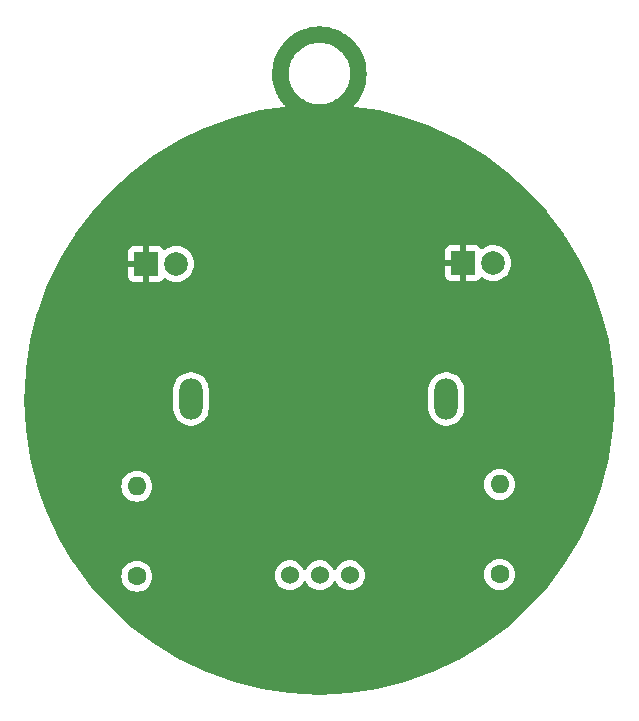
<source format=gbr>
%TF.GenerationSoftware,KiCad,Pcbnew,8.0.5*%
%TF.CreationDate,2025-02-18T12:58:11+00:00*%
%TF.ProjectId,practice-keyring,70726163-7469-4636-952d-6b657972696e,rev?*%
%TF.SameCoordinates,Original*%
%TF.FileFunction,Copper,L1,Top*%
%TF.FilePolarity,Positive*%
%FSLAX46Y46*%
G04 Gerber Fmt 4.6, Leading zero omitted, Abs format (unit mm)*
G04 Created by KiCad (PCBNEW 8.0.5) date 2025-02-18 12:58:11*
%MOMM*%
%LPD*%
G01*
G04 APERTURE LIST*
%TA.AperFunction,ComponentPad*%
%ADD10R,2.000000X2.000000*%
%TD*%
%TA.AperFunction,ComponentPad*%
%ADD11C,2.000000*%
%TD*%
%TA.AperFunction,ComponentPad*%
%ADD12C,1.600000*%
%TD*%
%TA.AperFunction,ComponentPad*%
%ADD13O,1.600000X1.600000*%
%TD*%
%TA.AperFunction,ComponentPad*%
%ADD14O,2.000000X3.500000*%
%TD*%
%TA.AperFunction,ComponentPad*%
%ADD15C,1.524000*%
%TD*%
G04 APERTURE END LIST*
D10*
%TO.P,D2,1*%
%TO.N,GND*%
X247142000Y-98145600D03*
D11*
%TO.P,D2,2*%
%TO.N,Net-(D1-Pad2)*%
X249682000Y-98145600D03*
%TD*%
D10*
%TO.P,D1,1*%
%TO.N,GND*%
X220294200Y-98221800D03*
D11*
%TO.P,D1,2*%
%TO.N,Net-(D2-Pad2)*%
X222834200Y-98221800D03*
%TD*%
D12*
%TO.P,R2,1*%
%TO.N,Net-(R1-Pad1)*%
X250215400Y-124510800D03*
D13*
%TO.P,R2,2*%
%TO.N,Net-(D1-Pad2)*%
X250215400Y-116890800D03*
%TD*%
D12*
%TO.P,R1,1*%
%TO.N,Net-(R1-Pad1)*%
X219506800Y-124663200D03*
D13*
%TO.P,R1,2*%
%TO.N,Net-(D2-Pad2)*%
X219506800Y-117043200D03*
%TD*%
D14*
%TO.P,CR2032,1*%
%TO.N,Net-(BAT1-Pad1)*%
X245699200Y-109651800D03*
%TO.P,CR2032,2*%
X224099200Y-109651800D03*
%TD*%
D15*
%TO.P,switch,1*%
%TO.N,Net-(BAT1-Pad1)*%
X232460800Y-124587000D03*
%TO.P,switch,2*%
%TO.N,Net-(R1-Pad1)*%
X235000800Y-124587000D03*
%TO.P,switch,3*%
%TO.N,N/C*%
X237540800Y-124587000D03*
%TD*%
%TA.AperFunction,Conductor*%
%TO.N,GND*%
G36*
X235374548Y-78133546D02*
G01*
X235386997Y-78134806D01*
X235759592Y-78191345D01*
X235771415Y-78193139D01*
X235784009Y-78195713D01*
X236155019Y-78291502D01*
X236166760Y-78295153D01*
X236297954Y-78343104D01*
X236522594Y-78425209D01*
X236534015Y-78430033D01*
X236872400Y-78593013D01*
X236883218Y-78598891D01*
X237085705Y-78722093D01*
X237202522Y-78793169D01*
X237212380Y-78799824D01*
X237510400Y-79022193D01*
X237519862Y-79029998D01*
X237794664Y-79280122D01*
X237803028Y-79288486D01*
X238053181Y-79563319D01*
X238060951Y-79572734D01*
X238283910Y-79871255D01*
X238290609Y-79881174D01*
X238484870Y-80200544D01*
X238490739Y-80211348D01*
X238653731Y-80549759D01*
X238658543Y-80561147D01*
X238788447Y-80916256D01*
X238792163Y-80928230D01*
X238887502Y-81299829D01*
X238890002Y-81312065D01*
X238948809Y-81695993D01*
X238950105Y-81708777D01*
X238969921Y-82105066D01*
X238969927Y-82117518D01*
X238951184Y-82500480D01*
X238949945Y-82512987D01*
X238893615Y-82889033D01*
X238891228Y-82900986D01*
X238799223Y-83268245D01*
X238795618Y-83280120D01*
X238668176Y-83635867D01*
X238663442Y-83647284D01*
X238501812Y-83988717D01*
X238496056Y-83999492D01*
X238301818Y-84324176D01*
X238294937Y-84334490D01*
X238068701Y-84639899D01*
X238060826Y-84649501D01*
X237919404Y-84805583D01*
X237900667Y-84822496D01*
X237899974Y-84823007D01*
X237898126Y-84824365D01*
X237895831Y-84828158D01*
X237895183Y-84829026D01*
X237894918Y-84830079D01*
X237893425Y-84834252D01*
X237893581Y-84837410D01*
X237892292Y-84862598D01*
X237891816Y-84865720D01*
X237891816Y-84865723D01*
X237892870Y-84870008D01*
X237893029Y-84871099D01*
X237893595Y-84872047D01*
X237895483Y-84876038D01*
X237897815Y-84878151D01*
X237914731Y-84896892D01*
X237916593Y-84899425D01*
X237916595Y-84899427D01*
X237916596Y-84899427D01*
X237920367Y-84901709D01*
X237921258Y-84902372D01*
X237922340Y-84902646D01*
X237926484Y-84904127D01*
X237926487Y-84904130D01*
X237929629Y-84903975D01*
X237954838Y-84905264D01*
X240003838Y-85218049D01*
X240016169Y-85220568D01*
X242399539Y-85833191D01*
X242411454Y-85836892D01*
X244370105Y-86553654D01*
X244696793Y-86673205D01*
X244708189Y-86678022D01*
X246882649Y-87725834D01*
X246893387Y-87731666D01*
X248811607Y-88897364D01*
X248944340Y-88978025D01*
X248954338Y-88984777D01*
X250868863Y-90415831D01*
X250868891Y-90415852D01*
X250878196Y-90423529D01*
X252644407Y-92028679D01*
X252652883Y-92037152D01*
X254219551Y-93759955D01*
X254259001Y-93803336D01*
X254266721Y-93812692D01*
X255672246Y-95694039D01*
X255697788Y-95728227D01*
X255704518Y-95738195D01*
X255926418Y-96103295D01*
X256950386Y-97788066D01*
X256956218Y-97798801D01*
X258004528Y-99973859D01*
X258009351Y-99985268D01*
X258843611Y-102265259D01*
X258845158Y-102269485D01*
X258848865Y-102281424D01*
X259457854Y-104651647D01*
X259461481Y-104665761D01*
X259464004Y-104678113D01*
X259840623Y-107146749D01*
X259841905Y-107159431D01*
X259969717Y-109703840D01*
X259969724Y-109716338D01*
X259849084Y-112174120D01*
X259847850Y-112186577D01*
X259486621Y-114602281D01*
X259484217Y-114614317D01*
X258892117Y-116973681D01*
X258888533Y-116985482D01*
X258070673Y-119269870D01*
X258065936Y-119281299D01*
X257027789Y-121474864D01*
X257022078Y-121485566D01*
X255775248Y-123573413D01*
X255768288Y-123583850D01*
X254313679Y-125545934D01*
X254305861Y-125555467D01*
X252653529Y-127380283D01*
X252644719Y-127389095D01*
X250819568Y-129042366D01*
X250809933Y-129050263D01*
X248845718Y-130503913D01*
X248835426Y-130510774D01*
X246748536Y-131758617D01*
X246737747Y-131764377D01*
X244545238Y-132801404D01*
X244533810Y-132806137D01*
X242247835Y-133624031D01*
X242236172Y-133627578D01*
X239877853Y-134221751D01*
X239865593Y-134224200D01*
X237448408Y-134583441D01*
X237436162Y-134584654D01*
X234977665Y-134707286D01*
X234965109Y-134707285D01*
X232507234Y-134584654D01*
X232494979Y-134583440D01*
X230079272Y-134224196D01*
X230067047Y-134221755D01*
X227706751Y-133627586D01*
X227695021Y-133624018D01*
X225411648Y-132806129D01*
X225400273Y-132801415D01*
X223207222Y-131764368D01*
X223196459Y-131758626D01*
X221261103Y-130602272D01*
X221107988Y-130510787D01*
X221097637Y-130503887D01*
X219134564Y-129050273D01*
X219124931Y-129042373D01*
X218587483Y-128555273D01*
X217300736Y-127389069D01*
X217291990Y-127380322D01*
X216020273Y-125976698D01*
X215638661Y-125555503D01*
X215630793Y-125545909D01*
X214976834Y-124663200D01*
X218193302Y-124663200D01*
X218213257Y-124891287D01*
X218272516Y-125112443D01*
X218369277Y-125319949D01*
X218500602Y-125507500D01*
X218662500Y-125669398D01*
X218850051Y-125800723D01*
X219057557Y-125897484D01*
X219278713Y-125956743D01*
X219506800Y-125976698D01*
X219734887Y-125956743D01*
X219956043Y-125897484D01*
X220163549Y-125800723D01*
X220351100Y-125669398D01*
X220512998Y-125507500D01*
X220644323Y-125319949D01*
X220741084Y-125112443D01*
X220800343Y-124891287D01*
X220820298Y-124663200D01*
X220813631Y-124587000D01*
X231185447Y-124587000D01*
X231204822Y-124808463D01*
X231227015Y-124891286D01*
X231262359Y-125023193D01*
X231262361Y-125023199D01*
X231356311Y-125224675D01*
X231356312Y-125224677D01*
X231483816Y-125406772D01*
X231483820Y-125406777D01*
X231483823Y-125406781D01*
X231641019Y-125563977D01*
X231641023Y-125563980D01*
X231641027Y-125563983D01*
X231690340Y-125598512D01*
X231823123Y-125691488D01*
X232024604Y-125785440D01*
X232239337Y-125842978D01*
X232460800Y-125862353D01*
X232682263Y-125842978D01*
X232896996Y-125785440D01*
X233098477Y-125691488D01*
X233280581Y-125563977D01*
X233437777Y-125406781D01*
X233565288Y-125224677D01*
X233616605Y-125114626D01*
X233663522Y-125061342D01*
X233731799Y-125041881D01*
X233799759Y-125062423D01*
X233844995Y-125114627D01*
X233896311Y-125224675D01*
X233896312Y-125224677D01*
X234023816Y-125406772D01*
X234023820Y-125406777D01*
X234023823Y-125406781D01*
X234181019Y-125563977D01*
X234181023Y-125563980D01*
X234181027Y-125563983D01*
X234230340Y-125598512D01*
X234363123Y-125691488D01*
X234564604Y-125785440D01*
X234779337Y-125842978D01*
X235000800Y-125862353D01*
X235222263Y-125842978D01*
X235436996Y-125785440D01*
X235638477Y-125691488D01*
X235820581Y-125563977D01*
X235977777Y-125406781D01*
X236105288Y-125224677D01*
X236156605Y-125114626D01*
X236203522Y-125061342D01*
X236271799Y-125041881D01*
X236339759Y-125062423D01*
X236384995Y-125114627D01*
X236436311Y-125224675D01*
X236436312Y-125224677D01*
X236563816Y-125406772D01*
X236563820Y-125406777D01*
X236563823Y-125406781D01*
X236721019Y-125563977D01*
X236721023Y-125563980D01*
X236721027Y-125563983D01*
X236770340Y-125598512D01*
X236903123Y-125691488D01*
X237104604Y-125785440D01*
X237319337Y-125842978D01*
X237540800Y-125862353D01*
X237762263Y-125842978D01*
X237976996Y-125785440D01*
X238178477Y-125691488D01*
X238360581Y-125563977D01*
X238517777Y-125406781D01*
X238645288Y-125224677D01*
X238739240Y-125023196D01*
X238796778Y-124808463D01*
X238816153Y-124587000D01*
X238809487Y-124510800D01*
X248901902Y-124510800D01*
X248921857Y-124738886D01*
X248981115Y-124960040D01*
X248981117Y-124960046D01*
X249010566Y-125023199D01*
X249077877Y-125167549D01*
X249209202Y-125355100D01*
X249371100Y-125516998D01*
X249558651Y-125648323D01*
X249766157Y-125745084D01*
X249987313Y-125804343D01*
X250215400Y-125824298D01*
X250443487Y-125804343D01*
X250664643Y-125745084D01*
X250872149Y-125648323D01*
X251059700Y-125516998D01*
X251221598Y-125355100D01*
X251352923Y-125167549D01*
X251449684Y-124960043D01*
X251508943Y-124738887D01*
X251528898Y-124510800D01*
X251508943Y-124282713D01*
X251449684Y-124061557D01*
X251352923Y-123854051D01*
X251221598Y-123666500D01*
X251059700Y-123504602D01*
X251028152Y-123482512D01*
X250872149Y-123373277D01*
X250664646Y-123276517D01*
X250664640Y-123276515D01*
X250571171Y-123251470D01*
X250443487Y-123217257D01*
X250215400Y-123197302D01*
X249987313Y-123217257D01*
X249766159Y-123276515D01*
X249766153Y-123276517D01*
X249558650Y-123373277D01*
X249371103Y-123504599D01*
X249371097Y-123504604D01*
X249209204Y-123666497D01*
X249209199Y-123666503D01*
X249077877Y-123854050D01*
X248981117Y-124061553D01*
X248981115Y-124061559D01*
X248921857Y-124282713D01*
X248901902Y-124510800D01*
X238809487Y-124510800D01*
X238796778Y-124365537D01*
X238739240Y-124150804D01*
X238645288Y-123949324D01*
X238517777Y-123767219D01*
X238360581Y-123610023D01*
X238360577Y-123610020D01*
X238360572Y-123610016D01*
X238178477Y-123482512D01*
X238178475Y-123482511D01*
X237976999Y-123388561D01*
X237976993Y-123388559D01*
X237934874Y-123377273D01*
X237762263Y-123331022D01*
X237540800Y-123311647D01*
X237319337Y-123331022D01*
X237204263Y-123361856D01*
X237104606Y-123388559D01*
X237104601Y-123388561D01*
X236903123Y-123482512D01*
X236721022Y-123610020D01*
X236721016Y-123610025D01*
X236563825Y-123767216D01*
X236563820Y-123767222D01*
X236436312Y-123949323D01*
X236384995Y-124059373D01*
X236338077Y-124112658D01*
X236269800Y-124132119D01*
X236201840Y-124111577D01*
X236156605Y-124059373D01*
X236131926Y-124006450D01*
X236105288Y-123949324D01*
X235977777Y-123767219D01*
X235820581Y-123610023D01*
X235820577Y-123610020D01*
X235820572Y-123610016D01*
X235638477Y-123482512D01*
X235638475Y-123482511D01*
X235436999Y-123388561D01*
X235436993Y-123388559D01*
X235394874Y-123377273D01*
X235222263Y-123331022D01*
X235000800Y-123311647D01*
X234779337Y-123331022D01*
X234664263Y-123361856D01*
X234564606Y-123388559D01*
X234564601Y-123388561D01*
X234363123Y-123482512D01*
X234181022Y-123610020D01*
X234181016Y-123610025D01*
X234023825Y-123767216D01*
X234023820Y-123767222D01*
X233896312Y-123949323D01*
X233844995Y-124059373D01*
X233798077Y-124112658D01*
X233729800Y-124132119D01*
X233661840Y-124111577D01*
X233616605Y-124059373D01*
X233591926Y-124006450D01*
X233565288Y-123949324D01*
X233437777Y-123767219D01*
X233280581Y-123610023D01*
X233280577Y-123610020D01*
X233280572Y-123610016D01*
X233098477Y-123482512D01*
X233098475Y-123482511D01*
X232896999Y-123388561D01*
X232896993Y-123388559D01*
X232854874Y-123377273D01*
X232682263Y-123331022D01*
X232460800Y-123311647D01*
X232239337Y-123331022D01*
X232124263Y-123361856D01*
X232024606Y-123388559D01*
X232024601Y-123388561D01*
X231823123Y-123482512D01*
X231641022Y-123610020D01*
X231641016Y-123610025D01*
X231483825Y-123767216D01*
X231483820Y-123767222D01*
X231356312Y-123949323D01*
X231262361Y-124150801D01*
X231262359Y-124150806D01*
X231235656Y-124250463D01*
X231204822Y-124365537D01*
X231185447Y-124587000D01*
X220813631Y-124587000D01*
X220800343Y-124435113D01*
X220741084Y-124213957D01*
X220644323Y-124006451D01*
X220512998Y-123818900D01*
X220351100Y-123657002D01*
X220319549Y-123634910D01*
X220163549Y-123525677D01*
X219956046Y-123428917D01*
X219956040Y-123428915D01*
X219805433Y-123388560D01*
X219734887Y-123369657D01*
X219506800Y-123349702D01*
X219278713Y-123369657D01*
X219057559Y-123428915D01*
X219057553Y-123428917D01*
X218850050Y-123525677D01*
X218662503Y-123656999D01*
X218662497Y-123657004D01*
X218500604Y-123818897D01*
X218500599Y-123818903D01*
X218369277Y-124006450D01*
X218272517Y-124213953D01*
X218272515Y-124213959D01*
X218231900Y-124365537D01*
X218213257Y-124435113D01*
X218193302Y-124663200D01*
X214976834Y-124663200D01*
X214177167Y-123583814D01*
X214170257Y-123573452D01*
X214129103Y-123504599D01*
X212922340Y-121485614D01*
X212916584Y-121474827D01*
X211903987Y-119332996D01*
X211879541Y-119281289D01*
X211874828Y-119269910D01*
X211486171Y-118184342D01*
X211077618Y-117043200D01*
X218193302Y-117043200D01*
X218213257Y-117271287D01*
X218272516Y-117492443D01*
X218369277Y-117699949D01*
X218500602Y-117887500D01*
X218662500Y-118049398D01*
X218850051Y-118180723D01*
X219057557Y-118277484D01*
X219278713Y-118336743D01*
X219506800Y-118356698D01*
X219734887Y-118336743D01*
X219956043Y-118277484D01*
X220163549Y-118180723D01*
X220351100Y-118049398D01*
X220512998Y-117887500D01*
X220644323Y-117699949D01*
X220741084Y-117492443D01*
X220800343Y-117271287D01*
X220820298Y-117043200D01*
X220806965Y-116890800D01*
X248901902Y-116890800D01*
X248921857Y-117118887D01*
X248981116Y-117340043D01*
X249077877Y-117547549D01*
X249209202Y-117735100D01*
X249371100Y-117896998D01*
X249558651Y-118028323D01*
X249766157Y-118125084D01*
X249987313Y-118184343D01*
X250215400Y-118204298D01*
X250443487Y-118184343D01*
X250664643Y-118125084D01*
X250872149Y-118028323D01*
X251059700Y-117896998D01*
X251221598Y-117735100D01*
X251352923Y-117547549D01*
X251449684Y-117340043D01*
X251508943Y-117118887D01*
X251528898Y-116890800D01*
X251508943Y-116662713D01*
X251449684Y-116441557D01*
X251352923Y-116234051D01*
X251221598Y-116046500D01*
X251059700Y-115884602D01*
X250951609Y-115808916D01*
X250872149Y-115753277D01*
X250664646Y-115656517D01*
X250664640Y-115656515D01*
X250571171Y-115631470D01*
X250443487Y-115597257D01*
X250215400Y-115577302D01*
X249987313Y-115597257D01*
X249766159Y-115656515D01*
X249766153Y-115656517D01*
X249558650Y-115753277D01*
X249371103Y-115884599D01*
X249371097Y-115884604D01*
X249209204Y-116046497D01*
X249209199Y-116046503D01*
X249077877Y-116234050D01*
X248981117Y-116441553D01*
X248981116Y-116441557D01*
X248921857Y-116662713D01*
X248901902Y-116890800D01*
X220806965Y-116890800D01*
X220800343Y-116815113D01*
X220741084Y-116593957D01*
X220644323Y-116386451D01*
X220512998Y-116198900D01*
X220351100Y-116037002D01*
X220163549Y-115905677D01*
X220118347Y-115884599D01*
X219956046Y-115808917D01*
X219956040Y-115808915D01*
X219862571Y-115783870D01*
X219734887Y-115749657D01*
X219506800Y-115729702D01*
X219278713Y-115749657D01*
X219057559Y-115808915D01*
X219057553Y-115808917D01*
X218850050Y-115905677D01*
X218662503Y-116036999D01*
X218662497Y-116037004D01*
X218500604Y-116198897D01*
X218500599Y-116198903D01*
X218369277Y-116386450D01*
X218272517Y-116593953D01*
X218272515Y-116593959D01*
X218213257Y-116815113D01*
X218193302Y-117043200D01*
X211077618Y-117043200D01*
X211056940Y-116985443D01*
X211053369Y-116973695D01*
X211053365Y-116973681D01*
X210460181Y-114614353D01*
X210457761Y-114602240D01*
X210097024Y-112186504D01*
X210095800Y-112174176D01*
X209973670Y-109716381D01*
X209973675Y-109703785D01*
X210020320Y-108783078D01*
X222590700Y-108783078D01*
X222590700Y-110520522D01*
X222627844Y-110755041D01*
X222627845Y-110755046D01*
X222701216Y-110980858D01*
X222701218Y-110980863D01*
X222809015Y-111192427D01*
X222948580Y-111384522D01*
X222948582Y-111384524D01*
X222948584Y-111384527D01*
X223116472Y-111552415D01*
X223116475Y-111552417D01*
X223116478Y-111552420D01*
X223308573Y-111691985D01*
X223520137Y-111799782D01*
X223745959Y-111873156D01*
X223980478Y-111910300D01*
X223980481Y-111910300D01*
X224217919Y-111910300D01*
X224217922Y-111910300D01*
X224452441Y-111873156D01*
X224678263Y-111799782D01*
X224889827Y-111691985D01*
X225081922Y-111552420D01*
X225249820Y-111384522D01*
X225389385Y-111192427D01*
X225497182Y-110980863D01*
X225570556Y-110755041D01*
X225607700Y-110520522D01*
X225607700Y-108783078D01*
X244190700Y-108783078D01*
X244190700Y-110520522D01*
X244227844Y-110755041D01*
X244227845Y-110755046D01*
X244301216Y-110980858D01*
X244301218Y-110980863D01*
X244409015Y-111192427D01*
X244548580Y-111384522D01*
X244548582Y-111384524D01*
X244548584Y-111384527D01*
X244716472Y-111552415D01*
X244716475Y-111552417D01*
X244716478Y-111552420D01*
X244908573Y-111691985D01*
X245120137Y-111799782D01*
X245345959Y-111873156D01*
X245580478Y-111910300D01*
X245580481Y-111910300D01*
X245817919Y-111910300D01*
X245817922Y-111910300D01*
X246052441Y-111873156D01*
X246278263Y-111799782D01*
X246489827Y-111691985D01*
X246681922Y-111552420D01*
X246849820Y-111384522D01*
X246989385Y-111192427D01*
X247097182Y-110980863D01*
X247170556Y-110755041D01*
X247207700Y-110520522D01*
X247207700Y-108783078D01*
X247170556Y-108548559D01*
X247097182Y-108322737D01*
X246989385Y-108111173D01*
X246849820Y-107919078D01*
X246849817Y-107919075D01*
X246849815Y-107919072D01*
X246681927Y-107751184D01*
X246681924Y-107751182D01*
X246681922Y-107751180D01*
X246489827Y-107611615D01*
X246278263Y-107503818D01*
X246278260Y-107503817D01*
X246278258Y-107503816D01*
X246052446Y-107430445D01*
X246052442Y-107430444D01*
X246052441Y-107430444D01*
X245817922Y-107393300D01*
X245580478Y-107393300D01*
X245345959Y-107430444D01*
X245345953Y-107430445D01*
X245120141Y-107503816D01*
X245120135Y-107503819D01*
X244908569Y-107611617D01*
X244716475Y-107751182D01*
X244716472Y-107751184D01*
X244548584Y-107919072D01*
X244548582Y-107919075D01*
X244409017Y-108111169D01*
X244301219Y-108322735D01*
X244301216Y-108322741D01*
X244227845Y-108548553D01*
X244227844Y-108548558D01*
X244227844Y-108548559D01*
X244190700Y-108783078D01*
X225607700Y-108783078D01*
X225570556Y-108548559D01*
X225497182Y-108322737D01*
X225389385Y-108111173D01*
X225249820Y-107919078D01*
X225249817Y-107919075D01*
X225249815Y-107919072D01*
X225081927Y-107751184D01*
X225081924Y-107751182D01*
X225081922Y-107751180D01*
X224889827Y-107611615D01*
X224678263Y-107503818D01*
X224678260Y-107503817D01*
X224678258Y-107503816D01*
X224452446Y-107430445D01*
X224452442Y-107430444D01*
X224452441Y-107430444D01*
X224217922Y-107393300D01*
X223980478Y-107393300D01*
X223745959Y-107430444D01*
X223745953Y-107430445D01*
X223520141Y-107503816D01*
X223520135Y-107503819D01*
X223308569Y-107611617D01*
X223116475Y-107751182D01*
X223116472Y-107751184D01*
X222948584Y-107919072D01*
X222948582Y-107919075D01*
X222809017Y-108111169D01*
X222701219Y-108322735D01*
X222701216Y-108322741D01*
X222627845Y-108548553D01*
X222627844Y-108548558D01*
X222627844Y-108548559D01*
X222590700Y-108783078D01*
X210020320Y-108783078D01*
X210102579Y-107159393D01*
X210103856Y-107146790D01*
X210480486Y-104678092D01*
X210483000Y-104665783D01*
X211095622Y-102281427D01*
X211099336Y-102269472D01*
X211935646Y-99985231D01*
X211940431Y-99973910D01*
X212988175Y-97798790D01*
X212994000Y-97788064D01*
X213367701Y-97173202D01*
X218786200Y-97173202D01*
X218786200Y-97967800D01*
X219863497Y-97967800D01*
X219828275Y-98028807D01*
X219794200Y-98155974D01*
X219794200Y-98287626D01*
X219828275Y-98414793D01*
X219863497Y-98475800D01*
X218786200Y-98475800D01*
X218786200Y-99270397D01*
X218792705Y-99330893D01*
X218843755Y-99467764D01*
X218843755Y-99467765D01*
X218931295Y-99584704D01*
X219048234Y-99672244D01*
X219185106Y-99723294D01*
X219245602Y-99729799D01*
X219245615Y-99729800D01*
X220040200Y-99729800D01*
X220040200Y-98652502D01*
X220101207Y-98687725D01*
X220228374Y-98721800D01*
X220360026Y-98721800D01*
X220487193Y-98687725D01*
X220548200Y-98652502D01*
X220548200Y-99729800D01*
X221342785Y-99729800D01*
X221342797Y-99729799D01*
X221403293Y-99723294D01*
X221540164Y-99672244D01*
X221540165Y-99672244D01*
X221657104Y-99584704D01*
X221750047Y-99460548D01*
X221752337Y-99462262D01*
X221792184Y-99422386D01*
X221861552Y-99407270D01*
X221928081Y-99432056D01*
X221934429Y-99437132D01*
X221944784Y-99445976D01*
X222147237Y-99570040D01*
X222366606Y-99660905D01*
X222597489Y-99716335D01*
X222834200Y-99734965D01*
X223070911Y-99716335D01*
X223301794Y-99660905D01*
X223521163Y-99570040D01*
X223723616Y-99445976D01*
X223904169Y-99291769D01*
X224058376Y-99111216D01*
X224182440Y-98908763D01*
X224273305Y-98689394D01*
X224328735Y-98458511D01*
X224347365Y-98221800D01*
X224328735Y-97985089D01*
X224273305Y-97754206D01*
X224182440Y-97534837D01*
X224058376Y-97332384D01*
X224058373Y-97332380D01*
X223904169Y-97151830D01*
X223839974Y-97097002D01*
X245634000Y-97097002D01*
X245634000Y-97891600D01*
X246711297Y-97891600D01*
X246676075Y-97952607D01*
X246642000Y-98079774D01*
X246642000Y-98211426D01*
X246676075Y-98338593D01*
X246711297Y-98399600D01*
X245634000Y-98399600D01*
X245634000Y-99194197D01*
X245640505Y-99254693D01*
X245691555Y-99391564D01*
X245691555Y-99391565D01*
X245779095Y-99508504D01*
X245896034Y-99596044D01*
X246032906Y-99647094D01*
X246093402Y-99653599D01*
X246093415Y-99653600D01*
X246888000Y-99653600D01*
X246888000Y-98576302D01*
X246949007Y-98611525D01*
X247076174Y-98645600D01*
X247207826Y-98645600D01*
X247334993Y-98611525D01*
X247396000Y-98576302D01*
X247396000Y-99653600D01*
X248190585Y-99653600D01*
X248190597Y-99653599D01*
X248251093Y-99647094D01*
X248387964Y-99596044D01*
X248387965Y-99596044D01*
X248504904Y-99508504D01*
X248597847Y-99384348D01*
X248600137Y-99386062D01*
X248639984Y-99346186D01*
X248709352Y-99331070D01*
X248775881Y-99355856D01*
X248782229Y-99360932D01*
X248792584Y-99369776D01*
X248995037Y-99493840D01*
X249214406Y-99584705D01*
X249445289Y-99640135D01*
X249682000Y-99658765D01*
X249918711Y-99640135D01*
X250149594Y-99584705D01*
X250368963Y-99493840D01*
X250571416Y-99369776D01*
X250751969Y-99215569D01*
X250906176Y-99035016D01*
X251030240Y-98832563D01*
X251121105Y-98613194D01*
X251176535Y-98382311D01*
X251195165Y-98145600D01*
X251176535Y-97908889D01*
X251121105Y-97678006D01*
X251030240Y-97458637D01*
X250906176Y-97256184D01*
X250835303Y-97173202D01*
X250751969Y-97075630D01*
X250571419Y-96921426D01*
X250571417Y-96921425D01*
X250571416Y-96921424D01*
X250368963Y-96797360D01*
X250333559Y-96782695D01*
X250149592Y-96706494D01*
X249991651Y-96668576D01*
X249918711Y-96651065D01*
X249682000Y-96632435D01*
X249445289Y-96651065D01*
X249214407Y-96706494D01*
X248995038Y-96797359D01*
X248792582Y-96921425D01*
X248782235Y-96930262D01*
X248717443Y-96959290D01*
X248647244Y-96948681D01*
X248598829Y-96906116D01*
X248597847Y-96906852D01*
X248594345Y-96902174D01*
X248593924Y-96901804D01*
X248593395Y-96900905D01*
X248504904Y-96782695D01*
X248387965Y-96695155D01*
X248251093Y-96644105D01*
X248190597Y-96637600D01*
X247396000Y-96637600D01*
X247396000Y-97714897D01*
X247334993Y-97679675D01*
X247207826Y-97645600D01*
X247076174Y-97645600D01*
X246949007Y-97679675D01*
X246888000Y-97714897D01*
X246888000Y-96637600D01*
X246093402Y-96637600D01*
X246032906Y-96644105D01*
X245896035Y-96695155D01*
X245896034Y-96695155D01*
X245779095Y-96782695D01*
X245691555Y-96899634D01*
X245691555Y-96899635D01*
X245640505Y-97036506D01*
X245634000Y-97097002D01*
X223839974Y-97097002D01*
X223723619Y-96997626D01*
X223723617Y-96997625D01*
X223723616Y-96997624D01*
X223521163Y-96873560D01*
X223485759Y-96858895D01*
X223301792Y-96782694D01*
X223143851Y-96744776D01*
X223070911Y-96727265D01*
X222834200Y-96708635D01*
X222597489Y-96727265D01*
X222366607Y-96782694D01*
X222147238Y-96873559D01*
X221944782Y-96997625D01*
X221934435Y-97006462D01*
X221869643Y-97035490D01*
X221799444Y-97024881D01*
X221751029Y-96982316D01*
X221750047Y-96983052D01*
X221746545Y-96978374D01*
X221746124Y-96978004D01*
X221745595Y-96977105D01*
X221657104Y-96858895D01*
X221540165Y-96771355D01*
X221403293Y-96720305D01*
X221342797Y-96713800D01*
X220548200Y-96713800D01*
X220548200Y-97791097D01*
X220487193Y-97755875D01*
X220360026Y-97721800D01*
X220228374Y-97721800D01*
X220101207Y-97755875D01*
X220040200Y-97791097D01*
X220040200Y-96713800D01*
X219245602Y-96713800D01*
X219185106Y-96720305D01*
X219048235Y-96771355D01*
X219048234Y-96771355D01*
X218931295Y-96858895D01*
X218843755Y-96975834D01*
X218843755Y-96975835D01*
X218792705Y-97112706D01*
X218786200Y-97173202D01*
X213367701Y-97173202D01*
X214239867Y-95738198D01*
X214246590Y-95728242D01*
X215678273Y-93812678D01*
X215685956Y-93803367D01*
X217292128Y-92037124D01*
X217300551Y-92028702D01*
X219066321Y-90423502D01*
X219075604Y-90415844D01*
X220990059Y-88984769D01*
X221000030Y-88978034D01*
X223051009Y-87731659D01*
X223061727Y-87725838D01*
X225235814Y-86678015D01*
X225247195Y-86673203D01*
X227531929Y-85836895D01*
X227543846Y-85833192D01*
X229927689Y-85220574D01*
X229940051Y-85218051D01*
X231989546Y-84905760D01*
X232014742Y-84904477D01*
X232017892Y-84904633D01*
X232017894Y-84904630D01*
X232022002Y-84903163D01*
X232023119Y-84902880D01*
X232024034Y-84902200D01*
X232027777Y-84899935D01*
X232027781Y-84899935D01*
X232029647Y-84897398D01*
X232046570Y-84878656D01*
X232048900Y-84876547D01*
X232048900Y-84876541D01*
X232050772Y-84872589D01*
X232051357Y-84871609D01*
X232051522Y-84870483D01*
X232052568Y-84866235D01*
X232052569Y-84866234D01*
X232052092Y-84863108D01*
X232050809Y-84837911D01*
X232050965Y-84834763D01*
X232050963Y-84834761D01*
X232049485Y-84830624D01*
X232049210Y-84829536D01*
X232048541Y-84828637D01*
X232046267Y-84824877D01*
X232046267Y-84824876D01*
X232043719Y-84823002D01*
X232025000Y-84806097D01*
X232024534Y-84805583D01*
X231997677Y-84775932D01*
X231883142Y-84649484D01*
X231875296Y-84639917D01*
X231699081Y-84402135D01*
X231648951Y-84334490D01*
X231642057Y-84324158D01*
X231636855Y-84315463D01*
X231483744Y-84059523D01*
X231447831Y-83999491D01*
X231442075Y-83988717D01*
X231326779Y-83745163D01*
X231280439Y-83647274D01*
X231275708Y-83635862D01*
X231148269Y-83280120D01*
X231144670Y-83268262D01*
X231052747Y-82900952D01*
X231050377Y-82889071D01*
X230994020Y-82512854D01*
X230992793Y-82500557D01*
X230974460Y-82137072D01*
X232370833Y-82137072D01*
X232374258Y-82154340D01*
X232382749Y-82325429D01*
X232381056Y-82342773D01*
X232383959Y-82362200D01*
X232385188Y-82374575D01*
X232386162Y-82394205D01*
X232391232Y-82410870D01*
X232416259Y-82578352D01*
X232416277Y-82595669D01*
X232421107Y-82614879D01*
X232423526Y-82626977D01*
X232426455Y-82646578D01*
X232433099Y-82662574D01*
X232474132Y-82825759D01*
X232475832Y-82842920D01*
X232482550Y-82861686D01*
X232486117Y-82873421D01*
X232490980Y-82892762D01*
X232499114Y-82907958D01*
X232555593Y-83065736D01*
X232558971Y-83082712D01*
X232567440Y-83100624D01*
X232572155Y-83112007D01*
X232578843Y-83130688D01*
X232588464Y-83145085D01*
X232660101Y-83296581D01*
X232665079Y-83313028D01*
X232675350Y-83330215D01*
X232681097Y-83340984D01*
X232689665Y-83359102D01*
X232700558Y-83372392D01*
X232786881Y-83516827D01*
X232793547Y-83532956D01*
X232805210Y-83548697D01*
X232812130Y-83559072D01*
X232822188Y-83575902D01*
X232834519Y-83588254D01*
X232935309Y-83724287D01*
X232943493Y-83739610D01*
X232956732Y-83754224D01*
X232964591Y-83763808D01*
X232976335Y-83779659D01*
X232989764Y-83790688D01*
X233104770Y-83917644D01*
X233104785Y-83917660D01*
X233114461Y-83932139D01*
X233129029Y-83945336D01*
X233137809Y-83954115D01*
X233146011Y-83963169D01*
X233151025Y-83968703D01*
X233165499Y-83978374D01*
X233188812Y-83999492D01*
X233292477Y-84093400D01*
X233303524Y-84106847D01*
X233309529Y-84111294D01*
X233309530Y-84111296D01*
X233319344Y-84118564D01*
X233328935Y-84126427D01*
X233337993Y-84134632D01*
X233337993Y-84134631D01*
X233343540Y-84139656D01*
X233358889Y-84147849D01*
X233495000Y-84248647D01*
X233507331Y-84260953D01*
X233513730Y-84264777D01*
X233513731Y-84264779D01*
X233524212Y-84271042D01*
X233534539Y-84277928D01*
X233544350Y-84285194D01*
X233544350Y-84285193D01*
X233550351Y-84289638D01*
X233566447Y-84296285D01*
X233710868Y-84382599D01*
X233724162Y-84393494D01*
X233731095Y-84396772D01*
X233731096Y-84396773D01*
X233740964Y-84401439D01*
X233742260Y-84402052D01*
X233753037Y-84407803D01*
X233763642Y-84414141D01*
X233770236Y-84418082D01*
X233786681Y-84423057D01*
X233786690Y-84423061D01*
X233938172Y-84494692D01*
X233952559Y-84504305D01*
X233971238Y-84510994D01*
X233982628Y-84515713D01*
X234000568Y-84524197D01*
X234017526Y-84527570D01*
X234175196Y-84584035D01*
X234190375Y-84592162D01*
X234197779Y-84594026D01*
X234197780Y-84594027D01*
X234209752Y-84597041D01*
X234221442Y-84600597D01*
X234233061Y-84604758D01*
X234233062Y-84604757D01*
X234240262Y-84607336D01*
X234257398Y-84609035D01*
X234380062Y-84639917D01*
X234420712Y-84650151D01*
X234436844Y-84656847D01*
X234444178Y-84657936D01*
X234444179Y-84657938D01*
X234456231Y-84659728D01*
X234468429Y-84662164D01*
X234480250Y-84665141D01*
X234480251Y-84665140D01*
X234487451Y-84666953D01*
X234504913Y-84666963D01*
X234672373Y-84691853D01*
X234688890Y-84696874D01*
X234696478Y-84697253D01*
X234696479Y-84697254D01*
X234708771Y-84697868D01*
X234720973Y-84699077D01*
X234733161Y-84700889D01*
X234733162Y-84700888D01*
X234740687Y-84702007D01*
X234757867Y-84700324D01*
X234928879Y-84708877D01*
X234946119Y-84712308D01*
X234953422Y-84711942D01*
X234953424Y-84711944D01*
X234965519Y-84711339D01*
X234978072Y-84711339D01*
X234990163Y-84711944D01*
X234990164Y-84711942D01*
X234997469Y-84712308D01*
X235014706Y-84708879D01*
X235185825Y-84700323D01*
X235203006Y-84702005D01*
X235210523Y-84700887D01*
X235210524Y-84700888D01*
X235222702Y-84699078D01*
X235234915Y-84697868D01*
X235247208Y-84697254D01*
X235247208Y-84697253D01*
X235254815Y-84696873D01*
X235271322Y-84691854D01*
X235438896Y-84666958D01*
X235456391Y-84666944D01*
X235463547Y-84665140D01*
X235463549Y-84665142D01*
X235475332Y-84662172D01*
X235487575Y-84659726D01*
X235499606Y-84657940D01*
X235499606Y-84657939D01*
X235506912Y-84656854D01*
X235523076Y-84650142D01*
X235686183Y-84609045D01*
X235703243Y-84607353D01*
X235710503Y-84604756D01*
X235710505Y-84604757D01*
X235722175Y-84600582D01*
X235733791Y-84597050D01*
X235745816Y-84594021D01*
X235745816Y-84594019D01*
X235753306Y-84592133D01*
X235768412Y-84584045D01*
X235926360Y-84527553D01*
X235943398Y-84524165D01*
X235950179Y-84520956D01*
X235950181Y-84520957D01*
X235961243Y-84515722D01*
X235972679Y-84510986D01*
X235984197Y-84506868D01*
X235984197Y-84506867D01*
X235991257Y-84504343D01*
X236005703Y-84494691D01*
X236157114Y-84423061D01*
X236173569Y-84418078D01*
X236180155Y-84414139D01*
X236180157Y-84414140D01*
X236190766Y-84407795D01*
X236201522Y-84402052D01*
X236212699Y-84396766D01*
X236212699Y-84396764D01*
X236219637Y-84393483D01*
X236232929Y-84382584D01*
X236377251Y-84296288D01*
X236393286Y-84289666D01*
X236399323Y-84285196D01*
X236399325Y-84285197D01*
X236409160Y-84277916D01*
X236419450Y-84271056D01*
X236429964Y-84264770D01*
X236429964Y-84264768D01*
X236436409Y-84260915D01*
X236448696Y-84248652D01*
X236584890Y-84147842D01*
X236600243Y-84139651D01*
X236605780Y-84134636D01*
X236605782Y-84134637D01*
X236614836Y-84126438D01*
X236624429Y-84118576D01*
X236634252Y-84111307D01*
X236634252Y-84111305D01*
X236640261Y-84106858D01*
X236651308Y-84093416D01*
X236778387Y-83978359D01*
X236792924Y-83968648D01*
X236797889Y-83963162D01*
X236797891Y-83963162D01*
X236806049Y-83954149D01*
X236814878Y-83945320D01*
X236823895Y-83937158D01*
X236823895Y-83937156D01*
X236829377Y-83932193D01*
X236839094Y-83917649D01*
X236954023Y-83790705D01*
X236967385Y-83779733D01*
X236971900Y-83773642D01*
X236971902Y-83773642D01*
X236979220Y-83763770D01*
X236987022Y-83754258D01*
X237000354Y-83739532D01*
X237008497Y-83724283D01*
X237109363Y-83588237D01*
X237121755Y-83575827D01*
X237125524Y-83569514D01*
X237125526Y-83569514D01*
X237131750Y-83559090D01*
X237138693Y-83548680D01*
X237145919Y-83538935D01*
X237145918Y-83538932D01*
X237150296Y-83533029D01*
X237156992Y-83516822D01*
X237243233Y-83372411D01*
X237254066Y-83359196D01*
X237257397Y-83352160D01*
X237262701Y-83340952D01*
X237268406Y-83330260D01*
X237274776Y-83319595D01*
X237274775Y-83319593D01*
X237278758Y-83312925D01*
X237283707Y-83296570D01*
X237355406Y-83145085D01*
X237365057Y-83130649D01*
X237367588Y-83123576D01*
X237367590Y-83123576D01*
X237371718Y-83112040D01*
X237376451Y-83100621D01*
X237381688Y-83089559D01*
X237381687Y-83089557D01*
X237384899Y-83082773D01*
X237388289Y-83065749D01*
X237444775Y-82907949D01*
X237452933Y-82892702D01*
X237454779Y-82885346D01*
X237454781Y-82885346D01*
X237457774Y-82873419D01*
X237461349Y-82861649D01*
X237465489Y-82850087D01*
X237465488Y-82850085D01*
X237468040Y-82842958D01*
X237469742Y-82825745D01*
X237510701Y-82662584D01*
X237517324Y-82646631D01*
X237518447Y-82639114D01*
X237518448Y-82639114D01*
X237520267Y-82626938D01*
X237522668Y-82614912D01*
X237525667Y-82602970D01*
X237525665Y-82602967D01*
X237527516Y-82595597D01*
X237527529Y-82578336D01*
X237552557Y-82410855D01*
X237557638Y-82394144D01*
X237558002Y-82386739D01*
X237558004Y-82386738D01*
X237558603Y-82374575D01*
X237559830Y-82362189D01*
X237561631Y-82350138D01*
X237561629Y-82350136D01*
X237562725Y-82342808D01*
X237561022Y-82325416D01*
X237569318Y-82156879D01*
X237573013Y-82140440D01*
X237572479Y-82129819D01*
X237572480Y-82129819D01*
X237571870Y-82117675D01*
X237571863Y-82105197D01*
X237572461Y-82093052D01*
X237572460Y-82093050D01*
X237572979Y-82082512D01*
X237569276Y-82066066D01*
X237560357Y-81888565D01*
X237562050Y-81870902D01*
X237560970Y-81863825D01*
X237560971Y-81863824D01*
X237559162Y-81851972D01*
X237557882Y-81839321D01*
X237557281Y-81827336D01*
X237557279Y-81827334D01*
X237556920Y-81820186D01*
X237551723Y-81803216D01*
X237525313Y-81630119D01*
X237525226Y-81612516D01*
X237520405Y-81593755D01*
X237517881Y-81581396D01*
X237514962Y-81562267D01*
X237508144Y-81546042D01*
X237465474Y-81379981D01*
X237463643Y-81362573D01*
X237456936Y-81344251D01*
X237453220Y-81332291D01*
X237448364Y-81313393D01*
X237440007Y-81298006D01*
X237382147Y-81139957D01*
X237378643Y-81122983D01*
X237370051Y-81105153D01*
X237365240Y-81093774D01*
X237361025Y-81082258D01*
X237361024Y-81082257D01*
X237358436Y-81075187D01*
X237348704Y-81060847D01*
X237276496Y-80910987D01*
X237271394Y-80894557D01*
X237261005Y-80877466D01*
X237255163Y-80866711D01*
X237246487Y-80848704D01*
X237235485Y-80835480D01*
X237149949Y-80694750D01*
X237143367Y-80679075D01*
X237131197Y-80662790D01*
X237124456Y-80652807D01*
X237113910Y-80635456D01*
X237101827Y-80623491D01*
X237003752Y-80492256D01*
X236995664Y-80477218D01*
X236982075Y-80462275D01*
X236974363Y-80452929D01*
X236962271Y-80436749D01*
X236949039Y-80425947D01*
X236839107Y-80305062D01*
X236829698Y-80290984D01*
X236814577Y-80277241D01*
X236806104Y-80268770D01*
X236792363Y-80253660D01*
X236778277Y-80244251D01*
X236657424Y-80134415D01*
X236646675Y-80121246D01*
X236640387Y-80116544D01*
X236630399Y-80109076D01*
X236621112Y-80101413D01*
X236606078Y-80087750D01*
X236591101Y-80079692D01*
X236459958Y-79981635D01*
X236447954Y-79969510D01*
X236430666Y-79959007D01*
X236420642Y-79952237D01*
X236404453Y-79940133D01*
X236388716Y-79933522D01*
X236247894Y-79847971D01*
X236234687Y-79836984D01*
X236216619Y-79828278D01*
X236205899Y-79822457D01*
X236188780Y-79812057D01*
X236172380Y-79806963D01*
X236022513Y-79734753D01*
X236008164Y-79725014D01*
X236001092Y-79722426D01*
X235989588Y-79718216D01*
X235978210Y-79713407D01*
X235969125Y-79709030D01*
X235967170Y-79708088D01*
X235967169Y-79708088D01*
X235960394Y-79704824D01*
X235943409Y-79701317D01*
X235785255Y-79643444D01*
X235769897Y-79635103D01*
X235750943Y-79630230D01*
X235739024Y-79626527D01*
X235720657Y-79619806D01*
X235703272Y-79617976D01*
X235537314Y-79575314D01*
X235521074Y-79568488D01*
X235501959Y-79565573D01*
X235489598Y-79563049D01*
X235477907Y-79560044D01*
X235470869Y-79558235D01*
X235453252Y-79558144D01*
X235280051Y-79531730D01*
X235263139Y-79526548D01*
X235243914Y-79525574D01*
X235231305Y-79524296D01*
X235224379Y-79523240D01*
X235212305Y-79521399D01*
X235194702Y-79523083D01*
X235014682Y-79513968D01*
X234997273Y-79510505D01*
X234978156Y-79511474D01*
X234965416Y-79511474D01*
X234946319Y-79510507D01*
X234928913Y-79513969D01*
X234749092Y-79523080D01*
X234731501Y-79521397D01*
X234712465Y-79524299D01*
X234699856Y-79525576D01*
X234680644Y-79526549D01*
X234663741Y-79531727D01*
X234490444Y-79558145D01*
X234472816Y-79558234D01*
X234454099Y-79563046D01*
X234441725Y-79565573D01*
X234422633Y-79568484D01*
X234406376Y-79575313D01*
X234240418Y-79617975D01*
X234223038Y-79619804D01*
X234204653Y-79626531D01*
X234192739Y-79630232D01*
X234173796Y-79635102D01*
X234158439Y-79643442D01*
X234000280Y-79701316D01*
X233983270Y-79704828D01*
X233972256Y-79710137D01*
X233965476Y-79713405D01*
X233954086Y-79718220D01*
X233942596Y-79722426D01*
X233935551Y-79725004D01*
X233921184Y-79734755D01*
X233771416Y-79806951D01*
X233755036Y-79812040D01*
X233737867Y-79822470D01*
X233727169Y-79828280D01*
X233709090Y-79836995D01*
X233695906Y-79847961D01*
X233555071Y-79933521D01*
X233539343Y-79940127D01*
X233523147Y-79952236D01*
X233513129Y-79959002D01*
X233495840Y-79969506D01*
X233483835Y-79981630D01*
X233352685Y-80079691D01*
X233337712Y-80087745D01*
X233322670Y-80101416D01*
X233313389Y-80109074D01*
X233297118Y-80121241D01*
X233286371Y-80134405D01*
X233165507Y-80244253D01*
X233151427Y-80253657D01*
X233137681Y-80268772D01*
X233129221Y-80277230D01*
X233114098Y-80290976D01*
X233104687Y-80305055D01*
X232994750Y-80425947D01*
X232994747Y-80425950D01*
X232981517Y-80436749D01*
X232969430Y-80452923D01*
X232961723Y-80462263D01*
X232948128Y-80477213D01*
X232940038Y-80492251D01*
X232841954Y-80623498D01*
X232829872Y-80635463D01*
X232819319Y-80652825D01*
X232812583Y-80662800D01*
X232800422Y-80679073D01*
X232793841Y-80694742D01*
X232708303Y-80835475D01*
X232697301Y-80848701D01*
X232688623Y-80866711D01*
X232682788Y-80877454D01*
X232672396Y-80894552D01*
X232667293Y-80910979D01*
X232595082Y-81060847D01*
X232585350Y-81075189D01*
X232578545Y-81093775D01*
X232573742Y-81105137D01*
X232565147Y-81122976D01*
X232561643Y-81139948D01*
X232503778Y-81298012D01*
X232495421Y-81313400D01*
X232490564Y-81332299D01*
X232486855Y-81344240D01*
X232480147Y-81362566D01*
X232478314Y-81379973D01*
X232435642Y-81546043D01*
X232428825Y-81562268D01*
X232425903Y-81581413D01*
X232423383Y-81593752D01*
X232418564Y-81612507D01*
X232418474Y-81630108D01*
X232392065Y-81803204D01*
X232386879Y-81820127D01*
X232385906Y-81839329D01*
X232384628Y-81851944D01*
X232381729Y-81870948D01*
X232383414Y-81888559D01*
X232374302Y-82068538D01*
X232370858Y-82085811D01*
X232371817Y-82105134D01*
X232371811Y-82117741D01*
X232370833Y-82137072D01*
X230974460Y-82137072D01*
X230973481Y-82117665D01*
X230973485Y-82104895D01*
X230993772Y-81708719D01*
X230995056Y-81696122D01*
X231053886Y-81312054D01*
X231056385Y-81299827D01*
X231056853Y-81298006D01*
X231151723Y-80928228D01*
X231155439Y-80916256D01*
X231157366Y-80910989D01*
X231285338Y-80561161D01*
X231290160Y-80549754D01*
X231453257Y-80211322D01*
X231459106Y-80200561D01*
X231485284Y-80157525D01*
X231600460Y-79968173D01*
X231653390Y-79881156D01*
X231660065Y-79871269D01*
X231882943Y-79572726D01*
X231890709Y-79563314D01*
X232140868Y-79288475D01*
X232149207Y-79280136D01*
X232424026Y-79029995D01*
X232433486Y-79022193D01*
X232731494Y-78799834D01*
X232741350Y-78793179D01*
X233060807Y-78598865D01*
X233071559Y-78593024D01*
X233409882Y-78430029D01*
X233421282Y-78425213D01*
X233777129Y-78295153D01*
X233788847Y-78291507D01*
X234159901Y-78195709D01*
X234172483Y-78193137D01*
X234556996Y-78134805D01*
X234569437Y-78133546D01*
X234965551Y-78113258D01*
X234978437Y-78113258D01*
X235374548Y-78133546D01*
G37*
%TD.AperFunction*%
%TD*%
M02*

</source>
